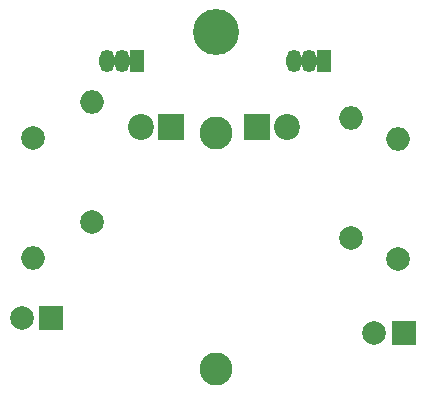
<source format=gts>
G04 #@! TF.FileFunction,Soldermask,Top*
%FSLAX46Y46*%
G04 Gerber Fmt 4.6, Leading zero omitted, Abs format (unit mm)*
G04 Created by KiCad (PCBNEW 4.0.6) date 07/03/18 08:43:19*
%MOMM*%
%LPD*%
G01*
G04 APERTURE LIST*
%ADD10C,0.100000*%
%ADD11C,2.000000*%
%ADD12O,2.000000X2.000000*%
%ADD13C,3.900000*%
%ADD14R,2.000000X2.000000*%
%ADD15R,2.200000X2.200000*%
%ADD16C,2.200000*%
%ADD17O,1.300000X1.900000*%
%ADD18R,1.300000X1.900000*%
%ADD19C,2.800000*%
G04 APERTURE END LIST*
D10*
D11*
X119507000Y-66040000D03*
D12*
X119507000Y-55880000D03*
D13*
X130000000Y-50000000D03*
D14*
X116078000Y-74168000D03*
D11*
X113578000Y-74168000D03*
D14*
X145923000Y-75438000D03*
D11*
X143423000Y-75438000D03*
D15*
X126238000Y-58039000D03*
D16*
X123698000Y-58039000D03*
D15*
X133477000Y-58039000D03*
D16*
X136017000Y-58039000D03*
D17*
X122047000Y-52451000D03*
X120777000Y-52451000D03*
D18*
X123317000Y-52451000D03*
D17*
X137922000Y-52451000D03*
X136652000Y-52451000D03*
D18*
X139192000Y-52451000D03*
D11*
X145415000Y-69215000D03*
D12*
X145415000Y-59055000D03*
D11*
X114554000Y-58928000D03*
D12*
X114554000Y-69088000D03*
D11*
X141478000Y-67437000D03*
D12*
X141478000Y-57277000D03*
D19*
X130000000Y-78500000D03*
X130000000Y-58500000D03*
M02*

</source>
